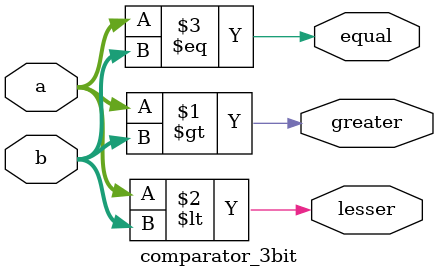
<source format=v>
module comparator_3bit(
    input [2:0]a,
    input [2:0]b,
    output greater,lesser,equal
);

assign greater = (a>b);
assign lesser = (a<b);
assign equal = (a==b);

endmodule

</source>
